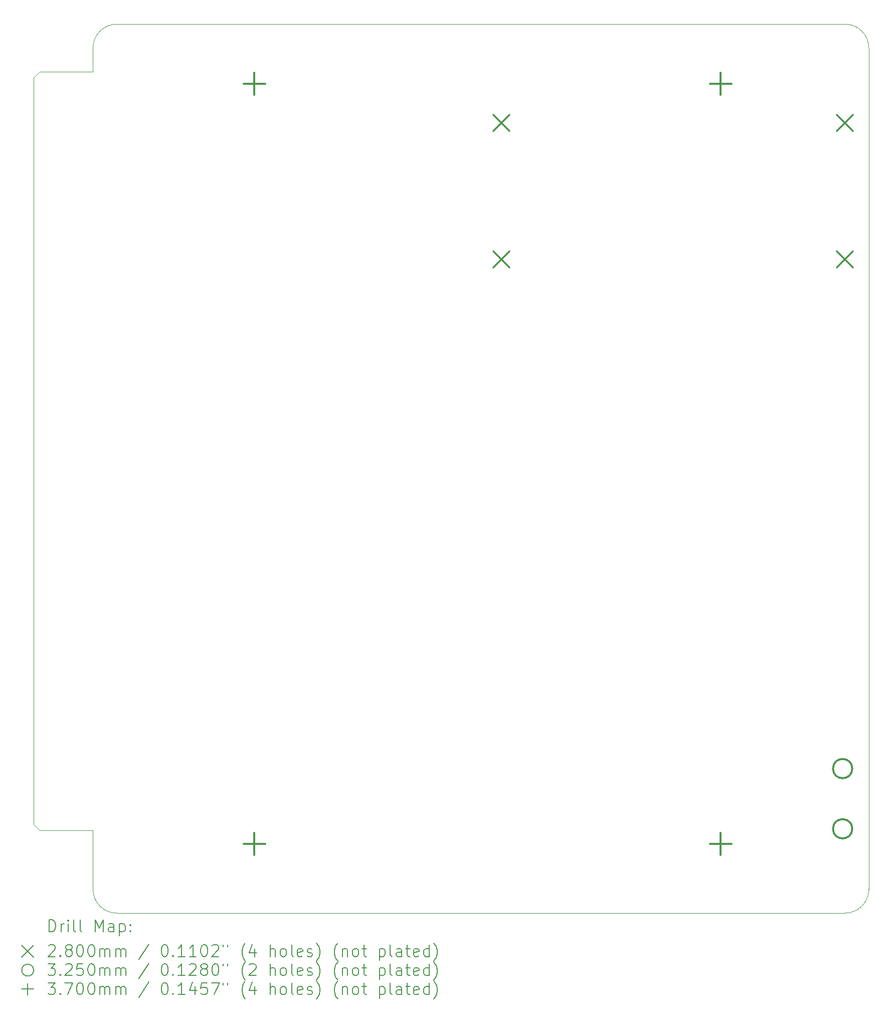
<source format=gbr>
%TF.GenerationSoftware,KiCad,Pcbnew,8.0.7*%
%TF.CreationDate,2025-02-05T20:28:59-06:00*%
%TF.ProjectId,midiori,6d696469-6f72-4692-9e6b-696361645f70,rev?*%
%TF.SameCoordinates,Original*%
%TF.FileFunction,Drillmap*%
%TF.FilePolarity,Positive*%
%FSLAX45Y45*%
G04 Gerber Fmt 4.5, Leading zero omitted, Abs format (unit mm)*
G04 Created by KiCad (PCBNEW 8.0.7) date 2025-02-05 20:28:59*
%MOMM*%
%LPD*%
G01*
G04 APERTURE LIST*
%ADD10C,0.050000*%
%ADD11C,0.200000*%
%ADD12C,0.280000*%
%ADD13C,0.325000*%
%ADD14C,0.370000*%
G04 APERTURE END LIST*
D10*
X5800000Y-18900000D02*
X18100000Y-18900000D01*
X4400000Y-17400000D02*
X4400000Y-4800000D01*
X4500000Y-17500000D02*
X4400000Y-17400000D01*
X5400000Y-17500000D02*
X5400000Y-18500000D01*
X5400000Y-4300000D02*
X5400000Y-4700000D01*
X18500000Y-18500000D02*
G75*
G02*
X18100000Y-18900000I-400000J0D01*
G01*
X5400000Y-4700000D02*
X4500000Y-4700000D01*
X4400000Y-4800000D02*
X4500000Y-4700000D01*
X5400000Y-4300000D02*
G75*
G02*
X5800000Y-3900000I400000J0D01*
G01*
X18500000Y-4300000D02*
X18500000Y-18500000D01*
X5800000Y-3900000D02*
X18100000Y-3900000D01*
X18100000Y-3900000D02*
G75*
G02*
X18500000Y-4300000I0J-400000D01*
G01*
X5800000Y-18900000D02*
G75*
G02*
X5400000Y-18500000I0J400000D01*
G01*
X4500000Y-17500000D02*
X5400000Y-17500000D01*
D11*
D12*
X12152500Y-5423000D02*
X12432500Y-5703000D01*
X12432500Y-5423000D02*
X12152500Y-5703000D01*
X12152500Y-7723000D02*
X12432500Y-8003000D01*
X12432500Y-7723000D02*
X12152500Y-8003000D01*
X17952500Y-5423000D02*
X18232500Y-5703000D01*
X18232500Y-5423000D02*
X17952500Y-5703000D01*
X17952500Y-7723000D02*
X18232500Y-8003000D01*
X18232500Y-7723000D02*
X17952500Y-8003000D01*
D13*
X18220000Y-16461500D02*
G75*
G02*
X17895000Y-16461500I-162500J0D01*
G01*
X17895000Y-16461500D02*
G75*
G02*
X18220000Y-16461500I162500J0D01*
G01*
X18220000Y-17477500D02*
G75*
G02*
X17895000Y-17477500I-162500J0D01*
G01*
X17895000Y-17477500D02*
G75*
G02*
X18220000Y-17477500I162500J0D01*
G01*
D14*
X8126000Y-4723000D02*
X8126000Y-5093000D01*
X7941000Y-4908000D02*
X8311000Y-4908000D01*
X8126000Y-17550000D02*
X8126000Y-17920000D01*
X7941000Y-17735000D02*
X8311000Y-17735000D01*
X16000000Y-4723000D02*
X16000000Y-5093000D01*
X15815000Y-4908000D02*
X16185000Y-4908000D01*
X16000000Y-17550000D02*
X16000000Y-17920000D01*
X15815000Y-17735000D02*
X16185000Y-17735000D01*
D11*
X4658277Y-19213984D02*
X4658277Y-19013984D01*
X4658277Y-19013984D02*
X4705896Y-19013984D01*
X4705896Y-19013984D02*
X4734467Y-19023508D01*
X4734467Y-19023508D02*
X4753515Y-19042555D01*
X4753515Y-19042555D02*
X4763039Y-19061603D01*
X4763039Y-19061603D02*
X4772563Y-19099698D01*
X4772563Y-19099698D02*
X4772563Y-19128270D01*
X4772563Y-19128270D02*
X4763039Y-19166365D01*
X4763039Y-19166365D02*
X4753515Y-19185412D01*
X4753515Y-19185412D02*
X4734467Y-19204460D01*
X4734467Y-19204460D02*
X4705896Y-19213984D01*
X4705896Y-19213984D02*
X4658277Y-19213984D01*
X4858277Y-19213984D02*
X4858277Y-19080650D01*
X4858277Y-19118746D02*
X4867801Y-19099698D01*
X4867801Y-19099698D02*
X4877324Y-19090174D01*
X4877324Y-19090174D02*
X4896372Y-19080650D01*
X4896372Y-19080650D02*
X4915420Y-19080650D01*
X4982086Y-19213984D02*
X4982086Y-19080650D01*
X4982086Y-19013984D02*
X4972563Y-19023508D01*
X4972563Y-19023508D02*
X4982086Y-19033031D01*
X4982086Y-19033031D02*
X4991610Y-19023508D01*
X4991610Y-19023508D02*
X4982086Y-19013984D01*
X4982086Y-19013984D02*
X4982086Y-19033031D01*
X5105896Y-19213984D02*
X5086848Y-19204460D01*
X5086848Y-19204460D02*
X5077324Y-19185412D01*
X5077324Y-19185412D02*
X5077324Y-19013984D01*
X5210658Y-19213984D02*
X5191610Y-19204460D01*
X5191610Y-19204460D02*
X5182086Y-19185412D01*
X5182086Y-19185412D02*
X5182086Y-19013984D01*
X5439229Y-19213984D02*
X5439229Y-19013984D01*
X5439229Y-19013984D02*
X5505896Y-19156841D01*
X5505896Y-19156841D02*
X5572563Y-19013984D01*
X5572563Y-19013984D02*
X5572563Y-19213984D01*
X5753515Y-19213984D02*
X5753515Y-19109222D01*
X5753515Y-19109222D02*
X5743991Y-19090174D01*
X5743991Y-19090174D02*
X5724943Y-19080650D01*
X5724943Y-19080650D02*
X5686848Y-19080650D01*
X5686848Y-19080650D02*
X5667801Y-19090174D01*
X5753515Y-19204460D02*
X5734467Y-19213984D01*
X5734467Y-19213984D02*
X5686848Y-19213984D01*
X5686848Y-19213984D02*
X5667801Y-19204460D01*
X5667801Y-19204460D02*
X5658277Y-19185412D01*
X5658277Y-19185412D02*
X5658277Y-19166365D01*
X5658277Y-19166365D02*
X5667801Y-19147317D01*
X5667801Y-19147317D02*
X5686848Y-19137793D01*
X5686848Y-19137793D02*
X5734467Y-19137793D01*
X5734467Y-19137793D02*
X5753515Y-19128270D01*
X5848753Y-19080650D02*
X5848753Y-19280650D01*
X5848753Y-19090174D02*
X5867801Y-19080650D01*
X5867801Y-19080650D02*
X5905896Y-19080650D01*
X5905896Y-19080650D02*
X5924943Y-19090174D01*
X5924943Y-19090174D02*
X5934467Y-19099698D01*
X5934467Y-19099698D02*
X5943991Y-19118746D01*
X5943991Y-19118746D02*
X5943991Y-19175889D01*
X5943991Y-19175889D02*
X5934467Y-19194936D01*
X5934467Y-19194936D02*
X5924943Y-19204460D01*
X5924943Y-19204460D02*
X5905896Y-19213984D01*
X5905896Y-19213984D02*
X5867801Y-19213984D01*
X5867801Y-19213984D02*
X5848753Y-19204460D01*
X6029705Y-19194936D02*
X6039229Y-19204460D01*
X6039229Y-19204460D02*
X6029705Y-19213984D01*
X6029705Y-19213984D02*
X6020182Y-19204460D01*
X6020182Y-19204460D02*
X6029705Y-19194936D01*
X6029705Y-19194936D02*
X6029705Y-19213984D01*
X6029705Y-19090174D02*
X6039229Y-19099698D01*
X6039229Y-19099698D02*
X6029705Y-19109222D01*
X6029705Y-19109222D02*
X6020182Y-19099698D01*
X6020182Y-19099698D02*
X6029705Y-19090174D01*
X6029705Y-19090174D02*
X6029705Y-19109222D01*
X4197500Y-19442500D02*
X4397500Y-19642500D01*
X4397500Y-19442500D02*
X4197500Y-19642500D01*
X4648753Y-19453031D02*
X4658277Y-19443508D01*
X4658277Y-19443508D02*
X4677324Y-19433984D01*
X4677324Y-19433984D02*
X4724944Y-19433984D01*
X4724944Y-19433984D02*
X4743991Y-19443508D01*
X4743991Y-19443508D02*
X4753515Y-19453031D01*
X4753515Y-19453031D02*
X4763039Y-19472079D01*
X4763039Y-19472079D02*
X4763039Y-19491127D01*
X4763039Y-19491127D02*
X4753515Y-19519698D01*
X4753515Y-19519698D02*
X4639229Y-19633984D01*
X4639229Y-19633984D02*
X4763039Y-19633984D01*
X4848753Y-19614936D02*
X4858277Y-19624460D01*
X4858277Y-19624460D02*
X4848753Y-19633984D01*
X4848753Y-19633984D02*
X4839229Y-19624460D01*
X4839229Y-19624460D02*
X4848753Y-19614936D01*
X4848753Y-19614936D02*
X4848753Y-19633984D01*
X4972563Y-19519698D02*
X4953515Y-19510174D01*
X4953515Y-19510174D02*
X4943991Y-19500650D01*
X4943991Y-19500650D02*
X4934467Y-19481603D01*
X4934467Y-19481603D02*
X4934467Y-19472079D01*
X4934467Y-19472079D02*
X4943991Y-19453031D01*
X4943991Y-19453031D02*
X4953515Y-19443508D01*
X4953515Y-19443508D02*
X4972563Y-19433984D01*
X4972563Y-19433984D02*
X5010658Y-19433984D01*
X5010658Y-19433984D02*
X5029705Y-19443508D01*
X5029705Y-19443508D02*
X5039229Y-19453031D01*
X5039229Y-19453031D02*
X5048753Y-19472079D01*
X5048753Y-19472079D02*
X5048753Y-19481603D01*
X5048753Y-19481603D02*
X5039229Y-19500650D01*
X5039229Y-19500650D02*
X5029705Y-19510174D01*
X5029705Y-19510174D02*
X5010658Y-19519698D01*
X5010658Y-19519698D02*
X4972563Y-19519698D01*
X4972563Y-19519698D02*
X4953515Y-19529222D01*
X4953515Y-19529222D02*
X4943991Y-19538746D01*
X4943991Y-19538746D02*
X4934467Y-19557793D01*
X4934467Y-19557793D02*
X4934467Y-19595889D01*
X4934467Y-19595889D02*
X4943991Y-19614936D01*
X4943991Y-19614936D02*
X4953515Y-19624460D01*
X4953515Y-19624460D02*
X4972563Y-19633984D01*
X4972563Y-19633984D02*
X5010658Y-19633984D01*
X5010658Y-19633984D02*
X5029705Y-19624460D01*
X5029705Y-19624460D02*
X5039229Y-19614936D01*
X5039229Y-19614936D02*
X5048753Y-19595889D01*
X5048753Y-19595889D02*
X5048753Y-19557793D01*
X5048753Y-19557793D02*
X5039229Y-19538746D01*
X5039229Y-19538746D02*
X5029705Y-19529222D01*
X5029705Y-19529222D02*
X5010658Y-19519698D01*
X5172563Y-19433984D02*
X5191610Y-19433984D01*
X5191610Y-19433984D02*
X5210658Y-19443508D01*
X5210658Y-19443508D02*
X5220182Y-19453031D01*
X5220182Y-19453031D02*
X5229705Y-19472079D01*
X5229705Y-19472079D02*
X5239229Y-19510174D01*
X5239229Y-19510174D02*
X5239229Y-19557793D01*
X5239229Y-19557793D02*
X5229705Y-19595889D01*
X5229705Y-19595889D02*
X5220182Y-19614936D01*
X5220182Y-19614936D02*
X5210658Y-19624460D01*
X5210658Y-19624460D02*
X5191610Y-19633984D01*
X5191610Y-19633984D02*
X5172563Y-19633984D01*
X5172563Y-19633984D02*
X5153515Y-19624460D01*
X5153515Y-19624460D02*
X5143991Y-19614936D01*
X5143991Y-19614936D02*
X5134467Y-19595889D01*
X5134467Y-19595889D02*
X5124944Y-19557793D01*
X5124944Y-19557793D02*
X5124944Y-19510174D01*
X5124944Y-19510174D02*
X5134467Y-19472079D01*
X5134467Y-19472079D02*
X5143991Y-19453031D01*
X5143991Y-19453031D02*
X5153515Y-19443508D01*
X5153515Y-19443508D02*
X5172563Y-19433984D01*
X5363039Y-19433984D02*
X5382086Y-19433984D01*
X5382086Y-19433984D02*
X5401134Y-19443508D01*
X5401134Y-19443508D02*
X5410658Y-19453031D01*
X5410658Y-19453031D02*
X5420182Y-19472079D01*
X5420182Y-19472079D02*
X5429705Y-19510174D01*
X5429705Y-19510174D02*
X5429705Y-19557793D01*
X5429705Y-19557793D02*
X5420182Y-19595889D01*
X5420182Y-19595889D02*
X5410658Y-19614936D01*
X5410658Y-19614936D02*
X5401134Y-19624460D01*
X5401134Y-19624460D02*
X5382086Y-19633984D01*
X5382086Y-19633984D02*
X5363039Y-19633984D01*
X5363039Y-19633984D02*
X5343991Y-19624460D01*
X5343991Y-19624460D02*
X5334467Y-19614936D01*
X5334467Y-19614936D02*
X5324944Y-19595889D01*
X5324944Y-19595889D02*
X5315420Y-19557793D01*
X5315420Y-19557793D02*
X5315420Y-19510174D01*
X5315420Y-19510174D02*
X5324944Y-19472079D01*
X5324944Y-19472079D02*
X5334467Y-19453031D01*
X5334467Y-19453031D02*
X5343991Y-19443508D01*
X5343991Y-19443508D02*
X5363039Y-19433984D01*
X5515420Y-19633984D02*
X5515420Y-19500650D01*
X5515420Y-19519698D02*
X5524944Y-19510174D01*
X5524944Y-19510174D02*
X5543991Y-19500650D01*
X5543991Y-19500650D02*
X5572563Y-19500650D01*
X5572563Y-19500650D02*
X5591610Y-19510174D01*
X5591610Y-19510174D02*
X5601134Y-19529222D01*
X5601134Y-19529222D02*
X5601134Y-19633984D01*
X5601134Y-19529222D02*
X5610658Y-19510174D01*
X5610658Y-19510174D02*
X5629705Y-19500650D01*
X5629705Y-19500650D02*
X5658277Y-19500650D01*
X5658277Y-19500650D02*
X5677324Y-19510174D01*
X5677324Y-19510174D02*
X5686848Y-19529222D01*
X5686848Y-19529222D02*
X5686848Y-19633984D01*
X5782086Y-19633984D02*
X5782086Y-19500650D01*
X5782086Y-19519698D02*
X5791610Y-19510174D01*
X5791610Y-19510174D02*
X5810658Y-19500650D01*
X5810658Y-19500650D02*
X5839229Y-19500650D01*
X5839229Y-19500650D02*
X5858277Y-19510174D01*
X5858277Y-19510174D02*
X5867801Y-19529222D01*
X5867801Y-19529222D02*
X5867801Y-19633984D01*
X5867801Y-19529222D02*
X5877324Y-19510174D01*
X5877324Y-19510174D02*
X5896372Y-19500650D01*
X5896372Y-19500650D02*
X5924943Y-19500650D01*
X5924943Y-19500650D02*
X5943991Y-19510174D01*
X5943991Y-19510174D02*
X5953515Y-19529222D01*
X5953515Y-19529222D02*
X5953515Y-19633984D01*
X6343991Y-19424460D02*
X6172563Y-19681603D01*
X6601134Y-19433984D02*
X6620182Y-19433984D01*
X6620182Y-19433984D02*
X6639229Y-19443508D01*
X6639229Y-19443508D02*
X6648753Y-19453031D01*
X6648753Y-19453031D02*
X6658277Y-19472079D01*
X6658277Y-19472079D02*
X6667801Y-19510174D01*
X6667801Y-19510174D02*
X6667801Y-19557793D01*
X6667801Y-19557793D02*
X6658277Y-19595889D01*
X6658277Y-19595889D02*
X6648753Y-19614936D01*
X6648753Y-19614936D02*
X6639229Y-19624460D01*
X6639229Y-19624460D02*
X6620182Y-19633984D01*
X6620182Y-19633984D02*
X6601134Y-19633984D01*
X6601134Y-19633984D02*
X6582086Y-19624460D01*
X6582086Y-19624460D02*
X6572563Y-19614936D01*
X6572563Y-19614936D02*
X6563039Y-19595889D01*
X6563039Y-19595889D02*
X6553515Y-19557793D01*
X6553515Y-19557793D02*
X6553515Y-19510174D01*
X6553515Y-19510174D02*
X6563039Y-19472079D01*
X6563039Y-19472079D02*
X6572563Y-19453031D01*
X6572563Y-19453031D02*
X6582086Y-19443508D01*
X6582086Y-19443508D02*
X6601134Y-19433984D01*
X6753515Y-19614936D02*
X6763039Y-19624460D01*
X6763039Y-19624460D02*
X6753515Y-19633984D01*
X6753515Y-19633984D02*
X6743991Y-19624460D01*
X6743991Y-19624460D02*
X6753515Y-19614936D01*
X6753515Y-19614936D02*
X6753515Y-19633984D01*
X6953515Y-19633984D02*
X6839229Y-19633984D01*
X6896372Y-19633984D02*
X6896372Y-19433984D01*
X6896372Y-19433984D02*
X6877325Y-19462555D01*
X6877325Y-19462555D02*
X6858277Y-19481603D01*
X6858277Y-19481603D02*
X6839229Y-19491127D01*
X7143991Y-19633984D02*
X7029706Y-19633984D01*
X7086848Y-19633984D02*
X7086848Y-19433984D01*
X7086848Y-19433984D02*
X7067801Y-19462555D01*
X7067801Y-19462555D02*
X7048753Y-19481603D01*
X7048753Y-19481603D02*
X7029706Y-19491127D01*
X7267801Y-19433984D02*
X7286848Y-19433984D01*
X7286848Y-19433984D02*
X7305896Y-19443508D01*
X7305896Y-19443508D02*
X7315420Y-19453031D01*
X7315420Y-19453031D02*
X7324944Y-19472079D01*
X7324944Y-19472079D02*
X7334467Y-19510174D01*
X7334467Y-19510174D02*
X7334467Y-19557793D01*
X7334467Y-19557793D02*
X7324944Y-19595889D01*
X7324944Y-19595889D02*
X7315420Y-19614936D01*
X7315420Y-19614936D02*
X7305896Y-19624460D01*
X7305896Y-19624460D02*
X7286848Y-19633984D01*
X7286848Y-19633984D02*
X7267801Y-19633984D01*
X7267801Y-19633984D02*
X7248753Y-19624460D01*
X7248753Y-19624460D02*
X7239229Y-19614936D01*
X7239229Y-19614936D02*
X7229706Y-19595889D01*
X7229706Y-19595889D02*
X7220182Y-19557793D01*
X7220182Y-19557793D02*
X7220182Y-19510174D01*
X7220182Y-19510174D02*
X7229706Y-19472079D01*
X7229706Y-19472079D02*
X7239229Y-19453031D01*
X7239229Y-19453031D02*
X7248753Y-19443508D01*
X7248753Y-19443508D02*
X7267801Y-19433984D01*
X7410658Y-19453031D02*
X7420182Y-19443508D01*
X7420182Y-19443508D02*
X7439229Y-19433984D01*
X7439229Y-19433984D02*
X7486848Y-19433984D01*
X7486848Y-19433984D02*
X7505896Y-19443508D01*
X7505896Y-19443508D02*
X7515420Y-19453031D01*
X7515420Y-19453031D02*
X7524944Y-19472079D01*
X7524944Y-19472079D02*
X7524944Y-19491127D01*
X7524944Y-19491127D02*
X7515420Y-19519698D01*
X7515420Y-19519698D02*
X7401134Y-19633984D01*
X7401134Y-19633984D02*
X7524944Y-19633984D01*
X7601134Y-19433984D02*
X7601134Y-19472079D01*
X7677325Y-19433984D02*
X7677325Y-19472079D01*
X7972563Y-19710174D02*
X7963039Y-19700650D01*
X7963039Y-19700650D02*
X7943991Y-19672079D01*
X7943991Y-19672079D02*
X7934468Y-19653031D01*
X7934468Y-19653031D02*
X7924944Y-19624460D01*
X7924944Y-19624460D02*
X7915420Y-19576841D01*
X7915420Y-19576841D02*
X7915420Y-19538746D01*
X7915420Y-19538746D02*
X7924944Y-19491127D01*
X7924944Y-19491127D02*
X7934468Y-19462555D01*
X7934468Y-19462555D02*
X7943991Y-19443508D01*
X7943991Y-19443508D02*
X7963039Y-19414936D01*
X7963039Y-19414936D02*
X7972563Y-19405412D01*
X8134468Y-19500650D02*
X8134468Y-19633984D01*
X8086848Y-19424460D02*
X8039229Y-19567317D01*
X8039229Y-19567317D02*
X8163039Y-19567317D01*
X8391611Y-19633984D02*
X8391611Y-19433984D01*
X8477325Y-19633984D02*
X8477325Y-19529222D01*
X8477325Y-19529222D02*
X8467801Y-19510174D01*
X8467801Y-19510174D02*
X8448753Y-19500650D01*
X8448753Y-19500650D02*
X8420182Y-19500650D01*
X8420182Y-19500650D02*
X8401134Y-19510174D01*
X8401134Y-19510174D02*
X8391611Y-19519698D01*
X8601134Y-19633984D02*
X8582087Y-19624460D01*
X8582087Y-19624460D02*
X8572563Y-19614936D01*
X8572563Y-19614936D02*
X8563039Y-19595889D01*
X8563039Y-19595889D02*
X8563039Y-19538746D01*
X8563039Y-19538746D02*
X8572563Y-19519698D01*
X8572563Y-19519698D02*
X8582087Y-19510174D01*
X8582087Y-19510174D02*
X8601134Y-19500650D01*
X8601134Y-19500650D02*
X8629706Y-19500650D01*
X8629706Y-19500650D02*
X8648753Y-19510174D01*
X8648753Y-19510174D02*
X8658277Y-19519698D01*
X8658277Y-19519698D02*
X8667801Y-19538746D01*
X8667801Y-19538746D02*
X8667801Y-19595889D01*
X8667801Y-19595889D02*
X8658277Y-19614936D01*
X8658277Y-19614936D02*
X8648753Y-19624460D01*
X8648753Y-19624460D02*
X8629706Y-19633984D01*
X8629706Y-19633984D02*
X8601134Y-19633984D01*
X8782087Y-19633984D02*
X8763039Y-19624460D01*
X8763039Y-19624460D02*
X8753515Y-19605412D01*
X8753515Y-19605412D02*
X8753515Y-19433984D01*
X8934468Y-19624460D02*
X8915420Y-19633984D01*
X8915420Y-19633984D02*
X8877325Y-19633984D01*
X8877325Y-19633984D02*
X8858277Y-19624460D01*
X8858277Y-19624460D02*
X8848753Y-19605412D01*
X8848753Y-19605412D02*
X8848753Y-19529222D01*
X8848753Y-19529222D02*
X8858277Y-19510174D01*
X8858277Y-19510174D02*
X8877325Y-19500650D01*
X8877325Y-19500650D02*
X8915420Y-19500650D01*
X8915420Y-19500650D02*
X8934468Y-19510174D01*
X8934468Y-19510174D02*
X8943992Y-19529222D01*
X8943992Y-19529222D02*
X8943992Y-19548270D01*
X8943992Y-19548270D02*
X8848753Y-19567317D01*
X9020182Y-19624460D02*
X9039230Y-19633984D01*
X9039230Y-19633984D02*
X9077325Y-19633984D01*
X9077325Y-19633984D02*
X9096373Y-19624460D01*
X9096373Y-19624460D02*
X9105896Y-19605412D01*
X9105896Y-19605412D02*
X9105896Y-19595889D01*
X9105896Y-19595889D02*
X9096373Y-19576841D01*
X9096373Y-19576841D02*
X9077325Y-19567317D01*
X9077325Y-19567317D02*
X9048753Y-19567317D01*
X9048753Y-19567317D02*
X9029706Y-19557793D01*
X9029706Y-19557793D02*
X9020182Y-19538746D01*
X9020182Y-19538746D02*
X9020182Y-19529222D01*
X9020182Y-19529222D02*
X9029706Y-19510174D01*
X9029706Y-19510174D02*
X9048753Y-19500650D01*
X9048753Y-19500650D02*
X9077325Y-19500650D01*
X9077325Y-19500650D02*
X9096373Y-19510174D01*
X9172563Y-19710174D02*
X9182087Y-19700650D01*
X9182087Y-19700650D02*
X9201134Y-19672079D01*
X9201134Y-19672079D02*
X9210658Y-19653031D01*
X9210658Y-19653031D02*
X9220182Y-19624460D01*
X9220182Y-19624460D02*
X9229706Y-19576841D01*
X9229706Y-19576841D02*
X9229706Y-19538746D01*
X9229706Y-19538746D02*
X9220182Y-19491127D01*
X9220182Y-19491127D02*
X9210658Y-19462555D01*
X9210658Y-19462555D02*
X9201134Y-19443508D01*
X9201134Y-19443508D02*
X9182087Y-19414936D01*
X9182087Y-19414936D02*
X9172563Y-19405412D01*
X9534468Y-19710174D02*
X9524944Y-19700650D01*
X9524944Y-19700650D02*
X9505896Y-19672079D01*
X9505896Y-19672079D02*
X9496373Y-19653031D01*
X9496373Y-19653031D02*
X9486849Y-19624460D01*
X9486849Y-19624460D02*
X9477325Y-19576841D01*
X9477325Y-19576841D02*
X9477325Y-19538746D01*
X9477325Y-19538746D02*
X9486849Y-19491127D01*
X9486849Y-19491127D02*
X9496373Y-19462555D01*
X9496373Y-19462555D02*
X9505896Y-19443508D01*
X9505896Y-19443508D02*
X9524944Y-19414936D01*
X9524944Y-19414936D02*
X9534468Y-19405412D01*
X9610658Y-19500650D02*
X9610658Y-19633984D01*
X9610658Y-19519698D02*
X9620182Y-19510174D01*
X9620182Y-19510174D02*
X9639230Y-19500650D01*
X9639230Y-19500650D02*
X9667801Y-19500650D01*
X9667801Y-19500650D02*
X9686849Y-19510174D01*
X9686849Y-19510174D02*
X9696373Y-19529222D01*
X9696373Y-19529222D02*
X9696373Y-19633984D01*
X9820182Y-19633984D02*
X9801134Y-19624460D01*
X9801134Y-19624460D02*
X9791611Y-19614936D01*
X9791611Y-19614936D02*
X9782087Y-19595889D01*
X9782087Y-19595889D02*
X9782087Y-19538746D01*
X9782087Y-19538746D02*
X9791611Y-19519698D01*
X9791611Y-19519698D02*
X9801134Y-19510174D01*
X9801134Y-19510174D02*
X9820182Y-19500650D01*
X9820182Y-19500650D02*
X9848754Y-19500650D01*
X9848754Y-19500650D02*
X9867801Y-19510174D01*
X9867801Y-19510174D02*
X9877325Y-19519698D01*
X9877325Y-19519698D02*
X9886849Y-19538746D01*
X9886849Y-19538746D02*
X9886849Y-19595889D01*
X9886849Y-19595889D02*
X9877325Y-19614936D01*
X9877325Y-19614936D02*
X9867801Y-19624460D01*
X9867801Y-19624460D02*
X9848754Y-19633984D01*
X9848754Y-19633984D02*
X9820182Y-19633984D01*
X9943992Y-19500650D02*
X10020182Y-19500650D01*
X9972563Y-19433984D02*
X9972563Y-19605412D01*
X9972563Y-19605412D02*
X9982087Y-19624460D01*
X9982087Y-19624460D02*
X10001134Y-19633984D01*
X10001134Y-19633984D02*
X10020182Y-19633984D01*
X10239230Y-19500650D02*
X10239230Y-19700650D01*
X10239230Y-19510174D02*
X10258277Y-19500650D01*
X10258277Y-19500650D02*
X10296373Y-19500650D01*
X10296373Y-19500650D02*
X10315420Y-19510174D01*
X10315420Y-19510174D02*
X10324944Y-19519698D01*
X10324944Y-19519698D02*
X10334468Y-19538746D01*
X10334468Y-19538746D02*
X10334468Y-19595889D01*
X10334468Y-19595889D02*
X10324944Y-19614936D01*
X10324944Y-19614936D02*
X10315420Y-19624460D01*
X10315420Y-19624460D02*
X10296373Y-19633984D01*
X10296373Y-19633984D02*
X10258277Y-19633984D01*
X10258277Y-19633984D02*
X10239230Y-19624460D01*
X10448754Y-19633984D02*
X10429706Y-19624460D01*
X10429706Y-19624460D02*
X10420182Y-19605412D01*
X10420182Y-19605412D02*
X10420182Y-19433984D01*
X10610658Y-19633984D02*
X10610658Y-19529222D01*
X10610658Y-19529222D02*
X10601135Y-19510174D01*
X10601135Y-19510174D02*
X10582087Y-19500650D01*
X10582087Y-19500650D02*
X10543992Y-19500650D01*
X10543992Y-19500650D02*
X10524944Y-19510174D01*
X10610658Y-19624460D02*
X10591611Y-19633984D01*
X10591611Y-19633984D02*
X10543992Y-19633984D01*
X10543992Y-19633984D02*
X10524944Y-19624460D01*
X10524944Y-19624460D02*
X10515420Y-19605412D01*
X10515420Y-19605412D02*
X10515420Y-19586365D01*
X10515420Y-19586365D02*
X10524944Y-19567317D01*
X10524944Y-19567317D02*
X10543992Y-19557793D01*
X10543992Y-19557793D02*
X10591611Y-19557793D01*
X10591611Y-19557793D02*
X10610658Y-19548270D01*
X10677325Y-19500650D02*
X10753515Y-19500650D01*
X10705896Y-19433984D02*
X10705896Y-19605412D01*
X10705896Y-19605412D02*
X10715420Y-19624460D01*
X10715420Y-19624460D02*
X10734468Y-19633984D01*
X10734468Y-19633984D02*
X10753515Y-19633984D01*
X10896373Y-19624460D02*
X10877325Y-19633984D01*
X10877325Y-19633984D02*
X10839230Y-19633984D01*
X10839230Y-19633984D02*
X10820182Y-19624460D01*
X10820182Y-19624460D02*
X10810658Y-19605412D01*
X10810658Y-19605412D02*
X10810658Y-19529222D01*
X10810658Y-19529222D02*
X10820182Y-19510174D01*
X10820182Y-19510174D02*
X10839230Y-19500650D01*
X10839230Y-19500650D02*
X10877325Y-19500650D01*
X10877325Y-19500650D02*
X10896373Y-19510174D01*
X10896373Y-19510174D02*
X10905896Y-19529222D01*
X10905896Y-19529222D02*
X10905896Y-19548270D01*
X10905896Y-19548270D02*
X10810658Y-19567317D01*
X11077325Y-19633984D02*
X11077325Y-19433984D01*
X11077325Y-19624460D02*
X11058277Y-19633984D01*
X11058277Y-19633984D02*
X11020182Y-19633984D01*
X11020182Y-19633984D02*
X11001135Y-19624460D01*
X11001135Y-19624460D02*
X10991611Y-19614936D01*
X10991611Y-19614936D02*
X10982087Y-19595889D01*
X10982087Y-19595889D02*
X10982087Y-19538746D01*
X10982087Y-19538746D02*
X10991611Y-19519698D01*
X10991611Y-19519698D02*
X11001135Y-19510174D01*
X11001135Y-19510174D02*
X11020182Y-19500650D01*
X11020182Y-19500650D02*
X11058277Y-19500650D01*
X11058277Y-19500650D02*
X11077325Y-19510174D01*
X11153516Y-19710174D02*
X11163039Y-19700650D01*
X11163039Y-19700650D02*
X11182087Y-19672079D01*
X11182087Y-19672079D02*
X11191611Y-19653031D01*
X11191611Y-19653031D02*
X11201134Y-19624460D01*
X11201134Y-19624460D02*
X11210658Y-19576841D01*
X11210658Y-19576841D02*
X11210658Y-19538746D01*
X11210658Y-19538746D02*
X11201134Y-19491127D01*
X11201134Y-19491127D02*
X11191611Y-19462555D01*
X11191611Y-19462555D02*
X11182087Y-19443508D01*
X11182087Y-19443508D02*
X11163039Y-19414936D01*
X11163039Y-19414936D02*
X11153516Y-19405412D01*
X4397500Y-19862500D02*
G75*
G02*
X4197500Y-19862500I-100000J0D01*
G01*
X4197500Y-19862500D02*
G75*
G02*
X4397500Y-19862500I100000J0D01*
G01*
X4639229Y-19753984D02*
X4763039Y-19753984D01*
X4763039Y-19753984D02*
X4696372Y-19830174D01*
X4696372Y-19830174D02*
X4724944Y-19830174D01*
X4724944Y-19830174D02*
X4743991Y-19839698D01*
X4743991Y-19839698D02*
X4753515Y-19849222D01*
X4753515Y-19849222D02*
X4763039Y-19868270D01*
X4763039Y-19868270D02*
X4763039Y-19915889D01*
X4763039Y-19915889D02*
X4753515Y-19934936D01*
X4753515Y-19934936D02*
X4743991Y-19944460D01*
X4743991Y-19944460D02*
X4724944Y-19953984D01*
X4724944Y-19953984D02*
X4667801Y-19953984D01*
X4667801Y-19953984D02*
X4648753Y-19944460D01*
X4648753Y-19944460D02*
X4639229Y-19934936D01*
X4848753Y-19934936D02*
X4858277Y-19944460D01*
X4858277Y-19944460D02*
X4848753Y-19953984D01*
X4848753Y-19953984D02*
X4839229Y-19944460D01*
X4839229Y-19944460D02*
X4848753Y-19934936D01*
X4848753Y-19934936D02*
X4848753Y-19953984D01*
X4934467Y-19773031D02*
X4943991Y-19763508D01*
X4943991Y-19763508D02*
X4963039Y-19753984D01*
X4963039Y-19753984D02*
X5010658Y-19753984D01*
X5010658Y-19753984D02*
X5029705Y-19763508D01*
X5029705Y-19763508D02*
X5039229Y-19773031D01*
X5039229Y-19773031D02*
X5048753Y-19792079D01*
X5048753Y-19792079D02*
X5048753Y-19811127D01*
X5048753Y-19811127D02*
X5039229Y-19839698D01*
X5039229Y-19839698D02*
X4924944Y-19953984D01*
X4924944Y-19953984D02*
X5048753Y-19953984D01*
X5229705Y-19753984D02*
X5134467Y-19753984D01*
X5134467Y-19753984D02*
X5124944Y-19849222D01*
X5124944Y-19849222D02*
X5134467Y-19839698D01*
X5134467Y-19839698D02*
X5153515Y-19830174D01*
X5153515Y-19830174D02*
X5201134Y-19830174D01*
X5201134Y-19830174D02*
X5220182Y-19839698D01*
X5220182Y-19839698D02*
X5229705Y-19849222D01*
X5229705Y-19849222D02*
X5239229Y-19868270D01*
X5239229Y-19868270D02*
X5239229Y-19915889D01*
X5239229Y-19915889D02*
X5229705Y-19934936D01*
X5229705Y-19934936D02*
X5220182Y-19944460D01*
X5220182Y-19944460D02*
X5201134Y-19953984D01*
X5201134Y-19953984D02*
X5153515Y-19953984D01*
X5153515Y-19953984D02*
X5134467Y-19944460D01*
X5134467Y-19944460D02*
X5124944Y-19934936D01*
X5363039Y-19753984D02*
X5382086Y-19753984D01*
X5382086Y-19753984D02*
X5401134Y-19763508D01*
X5401134Y-19763508D02*
X5410658Y-19773031D01*
X5410658Y-19773031D02*
X5420182Y-19792079D01*
X5420182Y-19792079D02*
X5429705Y-19830174D01*
X5429705Y-19830174D02*
X5429705Y-19877793D01*
X5429705Y-19877793D02*
X5420182Y-19915889D01*
X5420182Y-19915889D02*
X5410658Y-19934936D01*
X5410658Y-19934936D02*
X5401134Y-19944460D01*
X5401134Y-19944460D02*
X5382086Y-19953984D01*
X5382086Y-19953984D02*
X5363039Y-19953984D01*
X5363039Y-19953984D02*
X5343991Y-19944460D01*
X5343991Y-19944460D02*
X5334467Y-19934936D01*
X5334467Y-19934936D02*
X5324944Y-19915889D01*
X5324944Y-19915889D02*
X5315420Y-19877793D01*
X5315420Y-19877793D02*
X5315420Y-19830174D01*
X5315420Y-19830174D02*
X5324944Y-19792079D01*
X5324944Y-19792079D02*
X5334467Y-19773031D01*
X5334467Y-19773031D02*
X5343991Y-19763508D01*
X5343991Y-19763508D02*
X5363039Y-19753984D01*
X5515420Y-19953984D02*
X5515420Y-19820650D01*
X5515420Y-19839698D02*
X5524944Y-19830174D01*
X5524944Y-19830174D02*
X5543991Y-19820650D01*
X5543991Y-19820650D02*
X5572563Y-19820650D01*
X5572563Y-19820650D02*
X5591610Y-19830174D01*
X5591610Y-19830174D02*
X5601134Y-19849222D01*
X5601134Y-19849222D02*
X5601134Y-19953984D01*
X5601134Y-19849222D02*
X5610658Y-19830174D01*
X5610658Y-19830174D02*
X5629705Y-19820650D01*
X5629705Y-19820650D02*
X5658277Y-19820650D01*
X5658277Y-19820650D02*
X5677324Y-19830174D01*
X5677324Y-19830174D02*
X5686848Y-19849222D01*
X5686848Y-19849222D02*
X5686848Y-19953984D01*
X5782086Y-19953984D02*
X5782086Y-19820650D01*
X5782086Y-19839698D02*
X5791610Y-19830174D01*
X5791610Y-19830174D02*
X5810658Y-19820650D01*
X5810658Y-19820650D02*
X5839229Y-19820650D01*
X5839229Y-19820650D02*
X5858277Y-19830174D01*
X5858277Y-19830174D02*
X5867801Y-19849222D01*
X5867801Y-19849222D02*
X5867801Y-19953984D01*
X5867801Y-19849222D02*
X5877324Y-19830174D01*
X5877324Y-19830174D02*
X5896372Y-19820650D01*
X5896372Y-19820650D02*
X5924943Y-19820650D01*
X5924943Y-19820650D02*
X5943991Y-19830174D01*
X5943991Y-19830174D02*
X5953515Y-19849222D01*
X5953515Y-19849222D02*
X5953515Y-19953984D01*
X6343991Y-19744460D02*
X6172563Y-20001603D01*
X6601134Y-19753984D02*
X6620182Y-19753984D01*
X6620182Y-19753984D02*
X6639229Y-19763508D01*
X6639229Y-19763508D02*
X6648753Y-19773031D01*
X6648753Y-19773031D02*
X6658277Y-19792079D01*
X6658277Y-19792079D02*
X6667801Y-19830174D01*
X6667801Y-19830174D02*
X6667801Y-19877793D01*
X6667801Y-19877793D02*
X6658277Y-19915889D01*
X6658277Y-19915889D02*
X6648753Y-19934936D01*
X6648753Y-19934936D02*
X6639229Y-19944460D01*
X6639229Y-19944460D02*
X6620182Y-19953984D01*
X6620182Y-19953984D02*
X6601134Y-19953984D01*
X6601134Y-19953984D02*
X6582086Y-19944460D01*
X6582086Y-19944460D02*
X6572563Y-19934936D01*
X6572563Y-19934936D02*
X6563039Y-19915889D01*
X6563039Y-19915889D02*
X6553515Y-19877793D01*
X6553515Y-19877793D02*
X6553515Y-19830174D01*
X6553515Y-19830174D02*
X6563039Y-19792079D01*
X6563039Y-19792079D02*
X6572563Y-19773031D01*
X6572563Y-19773031D02*
X6582086Y-19763508D01*
X6582086Y-19763508D02*
X6601134Y-19753984D01*
X6753515Y-19934936D02*
X6763039Y-19944460D01*
X6763039Y-19944460D02*
X6753515Y-19953984D01*
X6753515Y-19953984D02*
X6743991Y-19944460D01*
X6743991Y-19944460D02*
X6753515Y-19934936D01*
X6753515Y-19934936D02*
X6753515Y-19953984D01*
X6953515Y-19953984D02*
X6839229Y-19953984D01*
X6896372Y-19953984D02*
X6896372Y-19753984D01*
X6896372Y-19753984D02*
X6877325Y-19782555D01*
X6877325Y-19782555D02*
X6858277Y-19801603D01*
X6858277Y-19801603D02*
X6839229Y-19811127D01*
X7029706Y-19773031D02*
X7039229Y-19763508D01*
X7039229Y-19763508D02*
X7058277Y-19753984D01*
X7058277Y-19753984D02*
X7105896Y-19753984D01*
X7105896Y-19753984D02*
X7124944Y-19763508D01*
X7124944Y-19763508D02*
X7134467Y-19773031D01*
X7134467Y-19773031D02*
X7143991Y-19792079D01*
X7143991Y-19792079D02*
X7143991Y-19811127D01*
X7143991Y-19811127D02*
X7134467Y-19839698D01*
X7134467Y-19839698D02*
X7020182Y-19953984D01*
X7020182Y-19953984D02*
X7143991Y-19953984D01*
X7258277Y-19839698D02*
X7239229Y-19830174D01*
X7239229Y-19830174D02*
X7229706Y-19820650D01*
X7229706Y-19820650D02*
X7220182Y-19801603D01*
X7220182Y-19801603D02*
X7220182Y-19792079D01*
X7220182Y-19792079D02*
X7229706Y-19773031D01*
X7229706Y-19773031D02*
X7239229Y-19763508D01*
X7239229Y-19763508D02*
X7258277Y-19753984D01*
X7258277Y-19753984D02*
X7296372Y-19753984D01*
X7296372Y-19753984D02*
X7315420Y-19763508D01*
X7315420Y-19763508D02*
X7324944Y-19773031D01*
X7324944Y-19773031D02*
X7334467Y-19792079D01*
X7334467Y-19792079D02*
X7334467Y-19801603D01*
X7334467Y-19801603D02*
X7324944Y-19820650D01*
X7324944Y-19820650D02*
X7315420Y-19830174D01*
X7315420Y-19830174D02*
X7296372Y-19839698D01*
X7296372Y-19839698D02*
X7258277Y-19839698D01*
X7258277Y-19839698D02*
X7239229Y-19849222D01*
X7239229Y-19849222D02*
X7229706Y-19858746D01*
X7229706Y-19858746D02*
X7220182Y-19877793D01*
X7220182Y-19877793D02*
X7220182Y-19915889D01*
X7220182Y-19915889D02*
X7229706Y-19934936D01*
X7229706Y-19934936D02*
X7239229Y-19944460D01*
X7239229Y-19944460D02*
X7258277Y-19953984D01*
X7258277Y-19953984D02*
X7296372Y-19953984D01*
X7296372Y-19953984D02*
X7315420Y-19944460D01*
X7315420Y-19944460D02*
X7324944Y-19934936D01*
X7324944Y-19934936D02*
X7334467Y-19915889D01*
X7334467Y-19915889D02*
X7334467Y-19877793D01*
X7334467Y-19877793D02*
X7324944Y-19858746D01*
X7324944Y-19858746D02*
X7315420Y-19849222D01*
X7315420Y-19849222D02*
X7296372Y-19839698D01*
X7458277Y-19753984D02*
X7477325Y-19753984D01*
X7477325Y-19753984D02*
X7496372Y-19763508D01*
X7496372Y-19763508D02*
X7505896Y-19773031D01*
X7505896Y-19773031D02*
X7515420Y-19792079D01*
X7515420Y-19792079D02*
X7524944Y-19830174D01*
X7524944Y-19830174D02*
X7524944Y-19877793D01*
X7524944Y-19877793D02*
X7515420Y-19915889D01*
X7515420Y-19915889D02*
X7505896Y-19934936D01*
X7505896Y-19934936D02*
X7496372Y-19944460D01*
X7496372Y-19944460D02*
X7477325Y-19953984D01*
X7477325Y-19953984D02*
X7458277Y-19953984D01*
X7458277Y-19953984D02*
X7439229Y-19944460D01*
X7439229Y-19944460D02*
X7429706Y-19934936D01*
X7429706Y-19934936D02*
X7420182Y-19915889D01*
X7420182Y-19915889D02*
X7410658Y-19877793D01*
X7410658Y-19877793D02*
X7410658Y-19830174D01*
X7410658Y-19830174D02*
X7420182Y-19792079D01*
X7420182Y-19792079D02*
X7429706Y-19773031D01*
X7429706Y-19773031D02*
X7439229Y-19763508D01*
X7439229Y-19763508D02*
X7458277Y-19753984D01*
X7601134Y-19753984D02*
X7601134Y-19792079D01*
X7677325Y-19753984D02*
X7677325Y-19792079D01*
X7972563Y-20030174D02*
X7963039Y-20020650D01*
X7963039Y-20020650D02*
X7943991Y-19992079D01*
X7943991Y-19992079D02*
X7934468Y-19973031D01*
X7934468Y-19973031D02*
X7924944Y-19944460D01*
X7924944Y-19944460D02*
X7915420Y-19896841D01*
X7915420Y-19896841D02*
X7915420Y-19858746D01*
X7915420Y-19858746D02*
X7924944Y-19811127D01*
X7924944Y-19811127D02*
X7934468Y-19782555D01*
X7934468Y-19782555D02*
X7943991Y-19763508D01*
X7943991Y-19763508D02*
X7963039Y-19734936D01*
X7963039Y-19734936D02*
X7972563Y-19725412D01*
X8039229Y-19773031D02*
X8048753Y-19763508D01*
X8048753Y-19763508D02*
X8067801Y-19753984D01*
X8067801Y-19753984D02*
X8115420Y-19753984D01*
X8115420Y-19753984D02*
X8134468Y-19763508D01*
X8134468Y-19763508D02*
X8143991Y-19773031D01*
X8143991Y-19773031D02*
X8153515Y-19792079D01*
X8153515Y-19792079D02*
X8153515Y-19811127D01*
X8153515Y-19811127D02*
X8143991Y-19839698D01*
X8143991Y-19839698D02*
X8029706Y-19953984D01*
X8029706Y-19953984D02*
X8153515Y-19953984D01*
X8391611Y-19953984D02*
X8391611Y-19753984D01*
X8477325Y-19953984D02*
X8477325Y-19849222D01*
X8477325Y-19849222D02*
X8467801Y-19830174D01*
X8467801Y-19830174D02*
X8448753Y-19820650D01*
X8448753Y-19820650D02*
X8420182Y-19820650D01*
X8420182Y-19820650D02*
X8401134Y-19830174D01*
X8401134Y-19830174D02*
X8391611Y-19839698D01*
X8601134Y-19953984D02*
X8582087Y-19944460D01*
X8582087Y-19944460D02*
X8572563Y-19934936D01*
X8572563Y-19934936D02*
X8563039Y-19915889D01*
X8563039Y-19915889D02*
X8563039Y-19858746D01*
X8563039Y-19858746D02*
X8572563Y-19839698D01*
X8572563Y-19839698D02*
X8582087Y-19830174D01*
X8582087Y-19830174D02*
X8601134Y-19820650D01*
X8601134Y-19820650D02*
X8629706Y-19820650D01*
X8629706Y-19820650D02*
X8648753Y-19830174D01*
X8648753Y-19830174D02*
X8658277Y-19839698D01*
X8658277Y-19839698D02*
X8667801Y-19858746D01*
X8667801Y-19858746D02*
X8667801Y-19915889D01*
X8667801Y-19915889D02*
X8658277Y-19934936D01*
X8658277Y-19934936D02*
X8648753Y-19944460D01*
X8648753Y-19944460D02*
X8629706Y-19953984D01*
X8629706Y-19953984D02*
X8601134Y-19953984D01*
X8782087Y-19953984D02*
X8763039Y-19944460D01*
X8763039Y-19944460D02*
X8753515Y-19925412D01*
X8753515Y-19925412D02*
X8753515Y-19753984D01*
X8934468Y-19944460D02*
X8915420Y-19953984D01*
X8915420Y-19953984D02*
X8877325Y-19953984D01*
X8877325Y-19953984D02*
X8858277Y-19944460D01*
X8858277Y-19944460D02*
X8848753Y-19925412D01*
X8848753Y-19925412D02*
X8848753Y-19849222D01*
X8848753Y-19849222D02*
X8858277Y-19830174D01*
X8858277Y-19830174D02*
X8877325Y-19820650D01*
X8877325Y-19820650D02*
X8915420Y-19820650D01*
X8915420Y-19820650D02*
X8934468Y-19830174D01*
X8934468Y-19830174D02*
X8943992Y-19849222D01*
X8943992Y-19849222D02*
X8943992Y-19868270D01*
X8943992Y-19868270D02*
X8848753Y-19887317D01*
X9020182Y-19944460D02*
X9039230Y-19953984D01*
X9039230Y-19953984D02*
X9077325Y-19953984D01*
X9077325Y-19953984D02*
X9096373Y-19944460D01*
X9096373Y-19944460D02*
X9105896Y-19925412D01*
X9105896Y-19925412D02*
X9105896Y-19915889D01*
X9105896Y-19915889D02*
X9096373Y-19896841D01*
X9096373Y-19896841D02*
X9077325Y-19887317D01*
X9077325Y-19887317D02*
X9048753Y-19887317D01*
X9048753Y-19887317D02*
X9029706Y-19877793D01*
X9029706Y-19877793D02*
X9020182Y-19858746D01*
X9020182Y-19858746D02*
X9020182Y-19849222D01*
X9020182Y-19849222D02*
X9029706Y-19830174D01*
X9029706Y-19830174D02*
X9048753Y-19820650D01*
X9048753Y-19820650D02*
X9077325Y-19820650D01*
X9077325Y-19820650D02*
X9096373Y-19830174D01*
X9172563Y-20030174D02*
X9182087Y-20020650D01*
X9182087Y-20020650D02*
X9201134Y-19992079D01*
X9201134Y-19992079D02*
X9210658Y-19973031D01*
X9210658Y-19973031D02*
X9220182Y-19944460D01*
X9220182Y-19944460D02*
X9229706Y-19896841D01*
X9229706Y-19896841D02*
X9229706Y-19858746D01*
X9229706Y-19858746D02*
X9220182Y-19811127D01*
X9220182Y-19811127D02*
X9210658Y-19782555D01*
X9210658Y-19782555D02*
X9201134Y-19763508D01*
X9201134Y-19763508D02*
X9182087Y-19734936D01*
X9182087Y-19734936D02*
X9172563Y-19725412D01*
X9534468Y-20030174D02*
X9524944Y-20020650D01*
X9524944Y-20020650D02*
X9505896Y-19992079D01*
X9505896Y-19992079D02*
X9496373Y-19973031D01*
X9496373Y-19973031D02*
X9486849Y-19944460D01*
X9486849Y-19944460D02*
X9477325Y-19896841D01*
X9477325Y-19896841D02*
X9477325Y-19858746D01*
X9477325Y-19858746D02*
X9486849Y-19811127D01*
X9486849Y-19811127D02*
X9496373Y-19782555D01*
X9496373Y-19782555D02*
X9505896Y-19763508D01*
X9505896Y-19763508D02*
X9524944Y-19734936D01*
X9524944Y-19734936D02*
X9534468Y-19725412D01*
X9610658Y-19820650D02*
X9610658Y-19953984D01*
X9610658Y-19839698D02*
X9620182Y-19830174D01*
X9620182Y-19830174D02*
X9639230Y-19820650D01*
X9639230Y-19820650D02*
X9667801Y-19820650D01*
X9667801Y-19820650D02*
X9686849Y-19830174D01*
X9686849Y-19830174D02*
X9696373Y-19849222D01*
X9696373Y-19849222D02*
X9696373Y-19953984D01*
X9820182Y-19953984D02*
X9801134Y-19944460D01*
X9801134Y-19944460D02*
X9791611Y-19934936D01*
X9791611Y-19934936D02*
X9782087Y-19915889D01*
X9782087Y-19915889D02*
X9782087Y-19858746D01*
X9782087Y-19858746D02*
X9791611Y-19839698D01*
X9791611Y-19839698D02*
X9801134Y-19830174D01*
X9801134Y-19830174D02*
X9820182Y-19820650D01*
X9820182Y-19820650D02*
X9848754Y-19820650D01*
X9848754Y-19820650D02*
X9867801Y-19830174D01*
X9867801Y-19830174D02*
X9877325Y-19839698D01*
X9877325Y-19839698D02*
X9886849Y-19858746D01*
X9886849Y-19858746D02*
X9886849Y-19915889D01*
X9886849Y-19915889D02*
X9877325Y-19934936D01*
X9877325Y-19934936D02*
X9867801Y-19944460D01*
X9867801Y-19944460D02*
X9848754Y-19953984D01*
X9848754Y-19953984D02*
X9820182Y-19953984D01*
X9943992Y-19820650D02*
X10020182Y-19820650D01*
X9972563Y-19753984D02*
X9972563Y-19925412D01*
X9972563Y-19925412D02*
X9982087Y-19944460D01*
X9982087Y-19944460D02*
X10001134Y-19953984D01*
X10001134Y-19953984D02*
X10020182Y-19953984D01*
X10239230Y-19820650D02*
X10239230Y-20020650D01*
X10239230Y-19830174D02*
X10258277Y-19820650D01*
X10258277Y-19820650D02*
X10296373Y-19820650D01*
X10296373Y-19820650D02*
X10315420Y-19830174D01*
X10315420Y-19830174D02*
X10324944Y-19839698D01*
X10324944Y-19839698D02*
X10334468Y-19858746D01*
X10334468Y-19858746D02*
X10334468Y-19915889D01*
X10334468Y-19915889D02*
X10324944Y-19934936D01*
X10324944Y-19934936D02*
X10315420Y-19944460D01*
X10315420Y-19944460D02*
X10296373Y-19953984D01*
X10296373Y-19953984D02*
X10258277Y-19953984D01*
X10258277Y-19953984D02*
X10239230Y-19944460D01*
X10448754Y-19953984D02*
X10429706Y-19944460D01*
X10429706Y-19944460D02*
X10420182Y-19925412D01*
X10420182Y-19925412D02*
X10420182Y-19753984D01*
X10610658Y-19953984D02*
X10610658Y-19849222D01*
X10610658Y-19849222D02*
X10601135Y-19830174D01*
X10601135Y-19830174D02*
X10582087Y-19820650D01*
X10582087Y-19820650D02*
X10543992Y-19820650D01*
X10543992Y-19820650D02*
X10524944Y-19830174D01*
X10610658Y-19944460D02*
X10591611Y-19953984D01*
X10591611Y-19953984D02*
X10543992Y-19953984D01*
X10543992Y-19953984D02*
X10524944Y-19944460D01*
X10524944Y-19944460D02*
X10515420Y-19925412D01*
X10515420Y-19925412D02*
X10515420Y-19906365D01*
X10515420Y-19906365D02*
X10524944Y-19887317D01*
X10524944Y-19887317D02*
X10543992Y-19877793D01*
X10543992Y-19877793D02*
X10591611Y-19877793D01*
X10591611Y-19877793D02*
X10610658Y-19868270D01*
X10677325Y-19820650D02*
X10753515Y-19820650D01*
X10705896Y-19753984D02*
X10705896Y-19925412D01*
X10705896Y-19925412D02*
X10715420Y-19944460D01*
X10715420Y-19944460D02*
X10734468Y-19953984D01*
X10734468Y-19953984D02*
X10753515Y-19953984D01*
X10896373Y-19944460D02*
X10877325Y-19953984D01*
X10877325Y-19953984D02*
X10839230Y-19953984D01*
X10839230Y-19953984D02*
X10820182Y-19944460D01*
X10820182Y-19944460D02*
X10810658Y-19925412D01*
X10810658Y-19925412D02*
X10810658Y-19849222D01*
X10810658Y-19849222D02*
X10820182Y-19830174D01*
X10820182Y-19830174D02*
X10839230Y-19820650D01*
X10839230Y-19820650D02*
X10877325Y-19820650D01*
X10877325Y-19820650D02*
X10896373Y-19830174D01*
X10896373Y-19830174D02*
X10905896Y-19849222D01*
X10905896Y-19849222D02*
X10905896Y-19868270D01*
X10905896Y-19868270D02*
X10810658Y-19887317D01*
X11077325Y-19953984D02*
X11077325Y-19753984D01*
X11077325Y-19944460D02*
X11058277Y-19953984D01*
X11058277Y-19953984D02*
X11020182Y-19953984D01*
X11020182Y-19953984D02*
X11001135Y-19944460D01*
X11001135Y-19944460D02*
X10991611Y-19934936D01*
X10991611Y-19934936D02*
X10982087Y-19915889D01*
X10982087Y-19915889D02*
X10982087Y-19858746D01*
X10982087Y-19858746D02*
X10991611Y-19839698D01*
X10991611Y-19839698D02*
X11001135Y-19830174D01*
X11001135Y-19830174D02*
X11020182Y-19820650D01*
X11020182Y-19820650D02*
X11058277Y-19820650D01*
X11058277Y-19820650D02*
X11077325Y-19830174D01*
X11153516Y-20030174D02*
X11163039Y-20020650D01*
X11163039Y-20020650D02*
X11182087Y-19992079D01*
X11182087Y-19992079D02*
X11191611Y-19973031D01*
X11191611Y-19973031D02*
X11201134Y-19944460D01*
X11201134Y-19944460D02*
X11210658Y-19896841D01*
X11210658Y-19896841D02*
X11210658Y-19858746D01*
X11210658Y-19858746D02*
X11201134Y-19811127D01*
X11201134Y-19811127D02*
X11191611Y-19782555D01*
X11191611Y-19782555D02*
X11182087Y-19763508D01*
X11182087Y-19763508D02*
X11163039Y-19734936D01*
X11163039Y-19734936D02*
X11153516Y-19725412D01*
X4297500Y-20082500D02*
X4297500Y-20282500D01*
X4197500Y-20182500D02*
X4397500Y-20182500D01*
X4639229Y-20073984D02*
X4763039Y-20073984D01*
X4763039Y-20073984D02*
X4696372Y-20150174D01*
X4696372Y-20150174D02*
X4724944Y-20150174D01*
X4724944Y-20150174D02*
X4743991Y-20159698D01*
X4743991Y-20159698D02*
X4753515Y-20169222D01*
X4753515Y-20169222D02*
X4763039Y-20188270D01*
X4763039Y-20188270D02*
X4763039Y-20235889D01*
X4763039Y-20235889D02*
X4753515Y-20254936D01*
X4753515Y-20254936D02*
X4743991Y-20264460D01*
X4743991Y-20264460D02*
X4724944Y-20273984D01*
X4724944Y-20273984D02*
X4667801Y-20273984D01*
X4667801Y-20273984D02*
X4648753Y-20264460D01*
X4648753Y-20264460D02*
X4639229Y-20254936D01*
X4848753Y-20254936D02*
X4858277Y-20264460D01*
X4858277Y-20264460D02*
X4848753Y-20273984D01*
X4848753Y-20273984D02*
X4839229Y-20264460D01*
X4839229Y-20264460D02*
X4848753Y-20254936D01*
X4848753Y-20254936D02*
X4848753Y-20273984D01*
X4924944Y-20073984D02*
X5058277Y-20073984D01*
X5058277Y-20073984D02*
X4972563Y-20273984D01*
X5172563Y-20073984D02*
X5191610Y-20073984D01*
X5191610Y-20073984D02*
X5210658Y-20083508D01*
X5210658Y-20083508D02*
X5220182Y-20093031D01*
X5220182Y-20093031D02*
X5229705Y-20112079D01*
X5229705Y-20112079D02*
X5239229Y-20150174D01*
X5239229Y-20150174D02*
X5239229Y-20197793D01*
X5239229Y-20197793D02*
X5229705Y-20235889D01*
X5229705Y-20235889D02*
X5220182Y-20254936D01*
X5220182Y-20254936D02*
X5210658Y-20264460D01*
X5210658Y-20264460D02*
X5191610Y-20273984D01*
X5191610Y-20273984D02*
X5172563Y-20273984D01*
X5172563Y-20273984D02*
X5153515Y-20264460D01*
X5153515Y-20264460D02*
X5143991Y-20254936D01*
X5143991Y-20254936D02*
X5134467Y-20235889D01*
X5134467Y-20235889D02*
X5124944Y-20197793D01*
X5124944Y-20197793D02*
X5124944Y-20150174D01*
X5124944Y-20150174D02*
X5134467Y-20112079D01*
X5134467Y-20112079D02*
X5143991Y-20093031D01*
X5143991Y-20093031D02*
X5153515Y-20083508D01*
X5153515Y-20083508D02*
X5172563Y-20073984D01*
X5363039Y-20073984D02*
X5382086Y-20073984D01*
X5382086Y-20073984D02*
X5401134Y-20083508D01*
X5401134Y-20083508D02*
X5410658Y-20093031D01*
X5410658Y-20093031D02*
X5420182Y-20112079D01*
X5420182Y-20112079D02*
X5429705Y-20150174D01*
X5429705Y-20150174D02*
X5429705Y-20197793D01*
X5429705Y-20197793D02*
X5420182Y-20235889D01*
X5420182Y-20235889D02*
X5410658Y-20254936D01*
X5410658Y-20254936D02*
X5401134Y-20264460D01*
X5401134Y-20264460D02*
X5382086Y-20273984D01*
X5382086Y-20273984D02*
X5363039Y-20273984D01*
X5363039Y-20273984D02*
X5343991Y-20264460D01*
X5343991Y-20264460D02*
X5334467Y-20254936D01*
X5334467Y-20254936D02*
X5324944Y-20235889D01*
X5324944Y-20235889D02*
X5315420Y-20197793D01*
X5315420Y-20197793D02*
X5315420Y-20150174D01*
X5315420Y-20150174D02*
X5324944Y-20112079D01*
X5324944Y-20112079D02*
X5334467Y-20093031D01*
X5334467Y-20093031D02*
X5343991Y-20083508D01*
X5343991Y-20083508D02*
X5363039Y-20073984D01*
X5515420Y-20273984D02*
X5515420Y-20140650D01*
X5515420Y-20159698D02*
X5524944Y-20150174D01*
X5524944Y-20150174D02*
X5543991Y-20140650D01*
X5543991Y-20140650D02*
X5572563Y-20140650D01*
X5572563Y-20140650D02*
X5591610Y-20150174D01*
X5591610Y-20150174D02*
X5601134Y-20169222D01*
X5601134Y-20169222D02*
X5601134Y-20273984D01*
X5601134Y-20169222D02*
X5610658Y-20150174D01*
X5610658Y-20150174D02*
X5629705Y-20140650D01*
X5629705Y-20140650D02*
X5658277Y-20140650D01*
X5658277Y-20140650D02*
X5677324Y-20150174D01*
X5677324Y-20150174D02*
X5686848Y-20169222D01*
X5686848Y-20169222D02*
X5686848Y-20273984D01*
X5782086Y-20273984D02*
X5782086Y-20140650D01*
X5782086Y-20159698D02*
X5791610Y-20150174D01*
X5791610Y-20150174D02*
X5810658Y-20140650D01*
X5810658Y-20140650D02*
X5839229Y-20140650D01*
X5839229Y-20140650D02*
X5858277Y-20150174D01*
X5858277Y-20150174D02*
X5867801Y-20169222D01*
X5867801Y-20169222D02*
X5867801Y-20273984D01*
X5867801Y-20169222D02*
X5877324Y-20150174D01*
X5877324Y-20150174D02*
X5896372Y-20140650D01*
X5896372Y-20140650D02*
X5924943Y-20140650D01*
X5924943Y-20140650D02*
X5943991Y-20150174D01*
X5943991Y-20150174D02*
X5953515Y-20169222D01*
X5953515Y-20169222D02*
X5953515Y-20273984D01*
X6343991Y-20064460D02*
X6172563Y-20321603D01*
X6601134Y-20073984D02*
X6620182Y-20073984D01*
X6620182Y-20073984D02*
X6639229Y-20083508D01*
X6639229Y-20083508D02*
X6648753Y-20093031D01*
X6648753Y-20093031D02*
X6658277Y-20112079D01*
X6658277Y-20112079D02*
X6667801Y-20150174D01*
X6667801Y-20150174D02*
X6667801Y-20197793D01*
X6667801Y-20197793D02*
X6658277Y-20235889D01*
X6658277Y-20235889D02*
X6648753Y-20254936D01*
X6648753Y-20254936D02*
X6639229Y-20264460D01*
X6639229Y-20264460D02*
X6620182Y-20273984D01*
X6620182Y-20273984D02*
X6601134Y-20273984D01*
X6601134Y-20273984D02*
X6582086Y-20264460D01*
X6582086Y-20264460D02*
X6572563Y-20254936D01*
X6572563Y-20254936D02*
X6563039Y-20235889D01*
X6563039Y-20235889D02*
X6553515Y-20197793D01*
X6553515Y-20197793D02*
X6553515Y-20150174D01*
X6553515Y-20150174D02*
X6563039Y-20112079D01*
X6563039Y-20112079D02*
X6572563Y-20093031D01*
X6572563Y-20093031D02*
X6582086Y-20083508D01*
X6582086Y-20083508D02*
X6601134Y-20073984D01*
X6753515Y-20254936D02*
X6763039Y-20264460D01*
X6763039Y-20264460D02*
X6753515Y-20273984D01*
X6753515Y-20273984D02*
X6743991Y-20264460D01*
X6743991Y-20264460D02*
X6753515Y-20254936D01*
X6753515Y-20254936D02*
X6753515Y-20273984D01*
X6953515Y-20273984D02*
X6839229Y-20273984D01*
X6896372Y-20273984D02*
X6896372Y-20073984D01*
X6896372Y-20073984D02*
X6877325Y-20102555D01*
X6877325Y-20102555D02*
X6858277Y-20121603D01*
X6858277Y-20121603D02*
X6839229Y-20131127D01*
X7124944Y-20140650D02*
X7124944Y-20273984D01*
X7077325Y-20064460D02*
X7029706Y-20207317D01*
X7029706Y-20207317D02*
X7153515Y-20207317D01*
X7324944Y-20073984D02*
X7229706Y-20073984D01*
X7229706Y-20073984D02*
X7220182Y-20169222D01*
X7220182Y-20169222D02*
X7229706Y-20159698D01*
X7229706Y-20159698D02*
X7248753Y-20150174D01*
X7248753Y-20150174D02*
X7296372Y-20150174D01*
X7296372Y-20150174D02*
X7315420Y-20159698D01*
X7315420Y-20159698D02*
X7324944Y-20169222D01*
X7324944Y-20169222D02*
X7334467Y-20188270D01*
X7334467Y-20188270D02*
X7334467Y-20235889D01*
X7334467Y-20235889D02*
X7324944Y-20254936D01*
X7324944Y-20254936D02*
X7315420Y-20264460D01*
X7315420Y-20264460D02*
X7296372Y-20273984D01*
X7296372Y-20273984D02*
X7248753Y-20273984D01*
X7248753Y-20273984D02*
X7229706Y-20264460D01*
X7229706Y-20264460D02*
X7220182Y-20254936D01*
X7401134Y-20073984D02*
X7534467Y-20073984D01*
X7534467Y-20073984D02*
X7448753Y-20273984D01*
X7601134Y-20073984D02*
X7601134Y-20112079D01*
X7677325Y-20073984D02*
X7677325Y-20112079D01*
X7972563Y-20350174D02*
X7963039Y-20340650D01*
X7963039Y-20340650D02*
X7943991Y-20312079D01*
X7943991Y-20312079D02*
X7934468Y-20293031D01*
X7934468Y-20293031D02*
X7924944Y-20264460D01*
X7924944Y-20264460D02*
X7915420Y-20216841D01*
X7915420Y-20216841D02*
X7915420Y-20178746D01*
X7915420Y-20178746D02*
X7924944Y-20131127D01*
X7924944Y-20131127D02*
X7934468Y-20102555D01*
X7934468Y-20102555D02*
X7943991Y-20083508D01*
X7943991Y-20083508D02*
X7963039Y-20054936D01*
X7963039Y-20054936D02*
X7972563Y-20045412D01*
X8134468Y-20140650D02*
X8134468Y-20273984D01*
X8086848Y-20064460D02*
X8039229Y-20207317D01*
X8039229Y-20207317D02*
X8163039Y-20207317D01*
X8391611Y-20273984D02*
X8391611Y-20073984D01*
X8477325Y-20273984D02*
X8477325Y-20169222D01*
X8477325Y-20169222D02*
X8467801Y-20150174D01*
X8467801Y-20150174D02*
X8448753Y-20140650D01*
X8448753Y-20140650D02*
X8420182Y-20140650D01*
X8420182Y-20140650D02*
X8401134Y-20150174D01*
X8401134Y-20150174D02*
X8391611Y-20159698D01*
X8601134Y-20273984D02*
X8582087Y-20264460D01*
X8582087Y-20264460D02*
X8572563Y-20254936D01*
X8572563Y-20254936D02*
X8563039Y-20235889D01*
X8563039Y-20235889D02*
X8563039Y-20178746D01*
X8563039Y-20178746D02*
X8572563Y-20159698D01*
X8572563Y-20159698D02*
X8582087Y-20150174D01*
X8582087Y-20150174D02*
X8601134Y-20140650D01*
X8601134Y-20140650D02*
X8629706Y-20140650D01*
X8629706Y-20140650D02*
X8648753Y-20150174D01*
X8648753Y-20150174D02*
X8658277Y-20159698D01*
X8658277Y-20159698D02*
X8667801Y-20178746D01*
X8667801Y-20178746D02*
X8667801Y-20235889D01*
X8667801Y-20235889D02*
X8658277Y-20254936D01*
X8658277Y-20254936D02*
X8648753Y-20264460D01*
X8648753Y-20264460D02*
X8629706Y-20273984D01*
X8629706Y-20273984D02*
X8601134Y-20273984D01*
X8782087Y-20273984D02*
X8763039Y-20264460D01*
X8763039Y-20264460D02*
X8753515Y-20245412D01*
X8753515Y-20245412D02*
X8753515Y-20073984D01*
X8934468Y-20264460D02*
X8915420Y-20273984D01*
X8915420Y-20273984D02*
X8877325Y-20273984D01*
X8877325Y-20273984D02*
X8858277Y-20264460D01*
X8858277Y-20264460D02*
X8848753Y-20245412D01*
X8848753Y-20245412D02*
X8848753Y-20169222D01*
X8848753Y-20169222D02*
X8858277Y-20150174D01*
X8858277Y-20150174D02*
X8877325Y-20140650D01*
X8877325Y-20140650D02*
X8915420Y-20140650D01*
X8915420Y-20140650D02*
X8934468Y-20150174D01*
X8934468Y-20150174D02*
X8943992Y-20169222D01*
X8943992Y-20169222D02*
X8943992Y-20188270D01*
X8943992Y-20188270D02*
X8848753Y-20207317D01*
X9020182Y-20264460D02*
X9039230Y-20273984D01*
X9039230Y-20273984D02*
X9077325Y-20273984D01*
X9077325Y-20273984D02*
X9096373Y-20264460D01*
X9096373Y-20264460D02*
X9105896Y-20245412D01*
X9105896Y-20245412D02*
X9105896Y-20235889D01*
X9105896Y-20235889D02*
X9096373Y-20216841D01*
X9096373Y-20216841D02*
X9077325Y-20207317D01*
X9077325Y-20207317D02*
X9048753Y-20207317D01*
X9048753Y-20207317D02*
X9029706Y-20197793D01*
X9029706Y-20197793D02*
X9020182Y-20178746D01*
X9020182Y-20178746D02*
X9020182Y-20169222D01*
X9020182Y-20169222D02*
X9029706Y-20150174D01*
X9029706Y-20150174D02*
X9048753Y-20140650D01*
X9048753Y-20140650D02*
X9077325Y-20140650D01*
X9077325Y-20140650D02*
X9096373Y-20150174D01*
X9172563Y-20350174D02*
X9182087Y-20340650D01*
X9182087Y-20340650D02*
X9201134Y-20312079D01*
X9201134Y-20312079D02*
X9210658Y-20293031D01*
X9210658Y-20293031D02*
X9220182Y-20264460D01*
X9220182Y-20264460D02*
X9229706Y-20216841D01*
X9229706Y-20216841D02*
X9229706Y-20178746D01*
X9229706Y-20178746D02*
X9220182Y-20131127D01*
X9220182Y-20131127D02*
X9210658Y-20102555D01*
X9210658Y-20102555D02*
X9201134Y-20083508D01*
X9201134Y-20083508D02*
X9182087Y-20054936D01*
X9182087Y-20054936D02*
X9172563Y-20045412D01*
X9534468Y-20350174D02*
X9524944Y-20340650D01*
X9524944Y-20340650D02*
X9505896Y-20312079D01*
X9505896Y-20312079D02*
X9496373Y-20293031D01*
X9496373Y-20293031D02*
X9486849Y-20264460D01*
X9486849Y-20264460D02*
X9477325Y-20216841D01*
X9477325Y-20216841D02*
X9477325Y-20178746D01*
X9477325Y-20178746D02*
X9486849Y-20131127D01*
X9486849Y-20131127D02*
X9496373Y-20102555D01*
X9496373Y-20102555D02*
X9505896Y-20083508D01*
X9505896Y-20083508D02*
X9524944Y-20054936D01*
X9524944Y-20054936D02*
X9534468Y-20045412D01*
X9610658Y-20140650D02*
X9610658Y-20273984D01*
X9610658Y-20159698D02*
X9620182Y-20150174D01*
X9620182Y-20150174D02*
X9639230Y-20140650D01*
X9639230Y-20140650D02*
X9667801Y-20140650D01*
X9667801Y-20140650D02*
X9686849Y-20150174D01*
X9686849Y-20150174D02*
X9696373Y-20169222D01*
X9696373Y-20169222D02*
X9696373Y-20273984D01*
X9820182Y-20273984D02*
X9801134Y-20264460D01*
X9801134Y-20264460D02*
X9791611Y-20254936D01*
X9791611Y-20254936D02*
X9782087Y-20235889D01*
X9782087Y-20235889D02*
X9782087Y-20178746D01*
X9782087Y-20178746D02*
X9791611Y-20159698D01*
X9791611Y-20159698D02*
X9801134Y-20150174D01*
X9801134Y-20150174D02*
X9820182Y-20140650D01*
X9820182Y-20140650D02*
X9848754Y-20140650D01*
X9848754Y-20140650D02*
X9867801Y-20150174D01*
X9867801Y-20150174D02*
X9877325Y-20159698D01*
X9877325Y-20159698D02*
X9886849Y-20178746D01*
X9886849Y-20178746D02*
X9886849Y-20235889D01*
X9886849Y-20235889D02*
X9877325Y-20254936D01*
X9877325Y-20254936D02*
X9867801Y-20264460D01*
X9867801Y-20264460D02*
X9848754Y-20273984D01*
X9848754Y-20273984D02*
X9820182Y-20273984D01*
X9943992Y-20140650D02*
X10020182Y-20140650D01*
X9972563Y-20073984D02*
X9972563Y-20245412D01*
X9972563Y-20245412D02*
X9982087Y-20264460D01*
X9982087Y-20264460D02*
X10001134Y-20273984D01*
X10001134Y-20273984D02*
X10020182Y-20273984D01*
X10239230Y-20140650D02*
X10239230Y-20340650D01*
X10239230Y-20150174D02*
X10258277Y-20140650D01*
X10258277Y-20140650D02*
X10296373Y-20140650D01*
X10296373Y-20140650D02*
X10315420Y-20150174D01*
X10315420Y-20150174D02*
X10324944Y-20159698D01*
X10324944Y-20159698D02*
X10334468Y-20178746D01*
X10334468Y-20178746D02*
X10334468Y-20235889D01*
X10334468Y-20235889D02*
X10324944Y-20254936D01*
X10324944Y-20254936D02*
X10315420Y-20264460D01*
X10315420Y-20264460D02*
X10296373Y-20273984D01*
X10296373Y-20273984D02*
X10258277Y-20273984D01*
X10258277Y-20273984D02*
X10239230Y-20264460D01*
X10448754Y-20273984D02*
X10429706Y-20264460D01*
X10429706Y-20264460D02*
X10420182Y-20245412D01*
X10420182Y-20245412D02*
X10420182Y-20073984D01*
X10610658Y-20273984D02*
X10610658Y-20169222D01*
X10610658Y-20169222D02*
X10601135Y-20150174D01*
X10601135Y-20150174D02*
X10582087Y-20140650D01*
X10582087Y-20140650D02*
X10543992Y-20140650D01*
X10543992Y-20140650D02*
X10524944Y-20150174D01*
X10610658Y-20264460D02*
X10591611Y-20273984D01*
X10591611Y-20273984D02*
X10543992Y-20273984D01*
X10543992Y-20273984D02*
X10524944Y-20264460D01*
X10524944Y-20264460D02*
X10515420Y-20245412D01*
X10515420Y-20245412D02*
X10515420Y-20226365D01*
X10515420Y-20226365D02*
X10524944Y-20207317D01*
X10524944Y-20207317D02*
X10543992Y-20197793D01*
X10543992Y-20197793D02*
X10591611Y-20197793D01*
X10591611Y-20197793D02*
X10610658Y-20188270D01*
X10677325Y-20140650D02*
X10753515Y-20140650D01*
X10705896Y-20073984D02*
X10705896Y-20245412D01*
X10705896Y-20245412D02*
X10715420Y-20264460D01*
X10715420Y-20264460D02*
X10734468Y-20273984D01*
X10734468Y-20273984D02*
X10753515Y-20273984D01*
X10896373Y-20264460D02*
X10877325Y-20273984D01*
X10877325Y-20273984D02*
X10839230Y-20273984D01*
X10839230Y-20273984D02*
X10820182Y-20264460D01*
X10820182Y-20264460D02*
X10810658Y-20245412D01*
X10810658Y-20245412D02*
X10810658Y-20169222D01*
X10810658Y-20169222D02*
X10820182Y-20150174D01*
X10820182Y-20150174D02*
X10839230Y-20140650D01*
X10839230Y-20140650D02*
X10877325Y-20140650D01*
X10877325Y-20140650D02*
X10896373Y-20150174D01*
X10896373Y-20150174D02*
X10905896Y-20169222D01*
X10905896Y-20169222D02*
X10905896Y-20188270D01*
X10905896Y-20188270D02*
X10810658Y-20207317D01*
X11077325Y-20273984D02*
X11077325Y-20073984D01*
X11077325Y-20264460D02*
X11058277Y-20273984D01*
X11058277Y-20273984D02*
X11020182Y-20273984D01*
X11020182Y-20273984D02*
X11001135Y-20264460D01*
X11001135Y-20264460D02*
X10991611Y-20254936D01*
X10991611Y-20254936D02*
X10982087Y-20235889D01*
X10982087Y-20235889D02*
X10982087Y-20178746D01*
X10982087Y-20178746D02*
X10991611Y-20159698D01*
X10991611Y-20159698D02*
X11001135Y-20150174D01*
X11001135Y-20150174D02*
X11020182Y-20140650D01*
X11020182Y-20140650D02*
X11058277Y-20140650D01*
X11058277Y-20140650D02*
X11077325Y-20150174D01*
X11153516Y-20350174D02*
X11163039Y-20340650D01*
X11163039Y-20340650D02*
X11182087Y-20312079D01*
X11182087Y-20312079D02*
X11191611Y-20293031D01*
X11191611Y-20293031D02*
X11201134Y-20264460D01*
X11201134Y-20264460D02*
X11210658Y-20216841D01*
X11210658Y-20216841D02*
X11210658Y-20178746D01*
X11210658Y-20178746D02*
X11201134Y-20131127D01*
X11201134Y-20131127D02*
X11191611Y-20102555D01*
X11191611Y-20102555D02*
X11182087Y-20083508D01*
X11182087Y-20083508D02*
X11163039Y-20054936D01*
X11163039Y-20054936D02*
X11153516Y-20045412D01*
M02*

</source>
